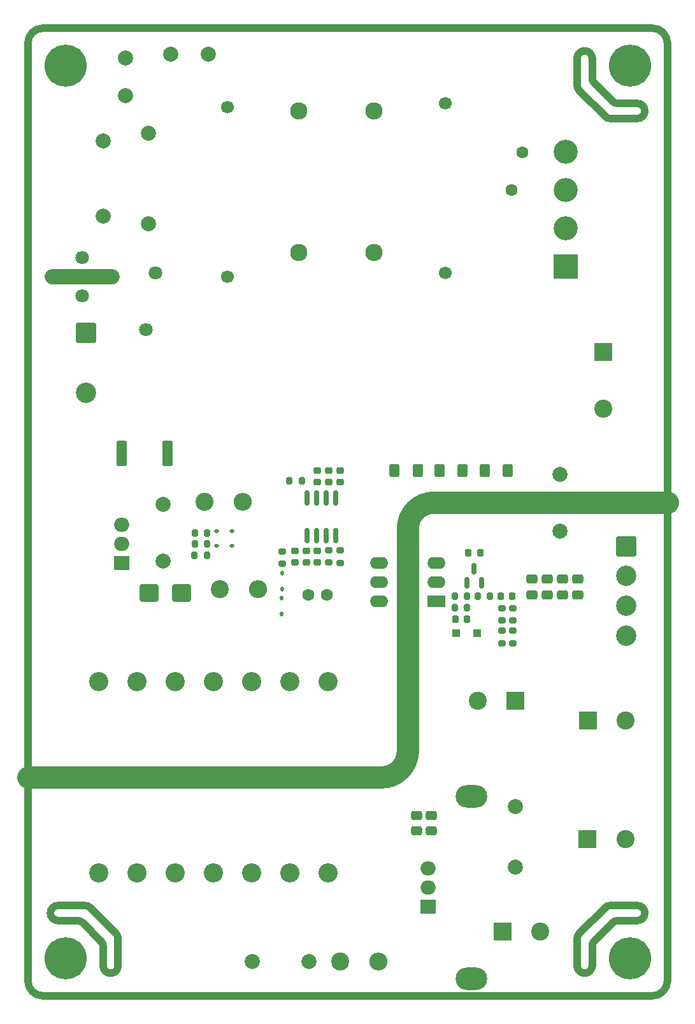
<source format=gbr>
%TF.GenerationSoftware,KiCad,Pcbnew,8.99.0-1678-gcd3e85b0b3*%
%TF.CreationDate,2024-09-01T20:16:48+02:00*%
%TF.ProjectId,ACDC120W19O5V,41434443-3132-4305-9731-394f35562e6b,rev?*%
%TF.SameCoordinates,Original*%
%TF.FileFunction,Soldermask,Top*%
%TF.FilePolarity,Negative*%
%FSLAX46Y46*%
G04 Gerber Fmt 4.6, Leading zero omitted, Abs format (unit mm)*
G04 Created by KiCad (PCBNEW 8.99.0-1678-gcd3e85b0b3) date 2024-09-01 20:16:48*
%MOMM*%
%LPD*%
G01*
G04 APERTURE LIST*
G04 Aperture macros list*
%AMRoundRect*
0 Rectangle with rounded corners*
0 $1 Rounding radius*
0 $2 $3 $4 $5 $6 $7 $8 $9 X,Y pos of 4 corners*
0 Add a 4 corners polygon primitive as box body*
4,1,4,$2,$3,$4,$5,$6,$7,$8,$9,$2,$3,0*
0 Add four circle primitives for the rounded corners*
1,1,$1+$1,$2,$3*
1,1,$1+$1,$4,$5*
1,1,$1+$1,$6,$7*
1,1,$1+$1,$8,$9*
0 Add four rect primitives between the rounded corners*
20,1,$1+$1,$2,$3,$4,$5,0*
20,1,$1+$1,$4,$5,$6,$7,0*
20,1,$1+$1,$6,$7,$8,$9,0*
20,1,$1+$1,$8,$9,$2,$3,0*%
G04 Aperture macros list end*
%ADD10C,1.000000*%
%ADD11C,3.000000*%
%ADD12C,2.000000*%
%ADD13RoundRect,0.200000X-0.275000X0.200000X-0.275000X-0.200000X0.275000X-0.200000X0.275000X0.200000X0*%
%ADD14C,2.400000*%
%ADD15O,2.400000X2.400000*%
%ADD16RoundRect,0.200000X-0.200000X-0.275000X0.200000X-0.275000X0.200000X0.275000X-0.200000X0.275000X0*%
%ADD17RoundRect,0.200000X0.275000X-0.200000X0.275000X0.200000X-0.275000X0.200000X-0.275000X-0.200000X0*%
%ADD18C,3.600000*%
%ADD19C,5.600000*%
%ADD20RoundRect,0.250000X-0.400000X-0.625000X0.400000X-0.625000X0.400000X0.625000X-0.400000X0.625000X0*%
%ADD21R,3.200000X3.200000*%
%ADD22C,3.200000*%
%ADD23C,2.550000*%
%ADD24C,1.800000*%
%ADD25RoundRect,0.250000X0.475000X-0.337500X0.475000X0.337500X-0.475000X0.337500X-0.475000X-0.337500X0*%
%ADD26RoundRect,0.225000X0.250000X-0.225000X0.250000X0.225000X-0.250000X0.225000X-0.250000X-0.225000X0*%
%ADD27C,2.000000*%
%ADD28RoundRect,0.225000X-0.250000X0.225000X-0.250000X-0.225000X0.250000X-0.225000X0.250000X0.225000X0*%
%ADD29RoundRect,0.250000X-0.475000X0.337500X-0.475000X-0.337500X0.475000X-0.337500X0.475000X0.337500X0*%
%ADD30R,2.400000X2.400000*%
%ADD31C,1.700000*%
%ADD32RoundRect,0.112500X-0.112500X0.187500X-0.112500X-0.187500X0.112500X-0.187500X0.112500X0.187500X0*%
%ADD33RoundRect,0.249999X-0.450001X-1.425001X0.450001X-1.425001X0.450001X1.425001X-0.450001X1.425001X0*%
%ADD34R,2.400000X1.600000*%
%ADD35O,2.400000X1.600000*%
%ADD36RoundRect,0.112500X-0.187500X-0.112500X0.187500X-0.112500X0.187500X0.112500X-0.187500X0.112500X0*%
%ADD37C,1.600000*%
%ADD38RoundRect,0.150000X0.150000X-0.587500X0.150000X0.587500X-0.150000X0.587500X-0.150000X-0.587500X0*%
%ADD39C,2.300000*%
%ADD40RoundRect,0.225000X-0.225000X-0.250000X0.225000X-0.250000X0.225000X0.250000X-0.225000X0.250000X0*%
%ADD41O,4.200000X3.000000*%
%ADD42RoundRect,0.250001X-1.099999X1.099999X-1.099999X-1.099999X1.099999X-1.099999X1.099999X1.099999X0*%
%ADD43C,2.700000*%
%ADD44RoundRect,0.250000X0.300000X0.300000X-0.300000X0.300000X-0.300000X-0.300000X0.300000X-0.300000X0*%
%ADD45RoundRect,0.225000X0.225000X0.250000X-0.225000X0.250000X-0.225000X-0.250000X0.225000X-0.250000X0*%
%ADD46RoundRect,0.200000X0.200000X0.275000X-0.200000X0.275000X-0.200000X-0.275000X0.200000X-0.275000X0*%
%ADD47R,2.000000X1.905000*%
%ADD48O,2.000000X1.905000*%
%ADD49RoundRect,0.250000X1.000000X0.900000X-1.000000X0.900000X-1.000000X-0.900000X1.000000X-0.900000X0*%
%ADD50RoundRect,0.112500X0.187500X0.112500X-0.187500X0.112500X-0.187500X-0.112500X0.187500X-0.112500X0*%
%ADD51RoundRect,0.150000X-0.150000X0.825000X-0.150000X-0.825000X0.150000X-0.825000X0.150000X0.825000X0*%
G04 APERTURE END LIST*
D10*
X109892107Y-150853893D02*
X106477893Y-154268107D01*
X33185000Y-36061000D02*
G75*
G02*
X35185000Y-34061000I2000000J0D01*
G01*
X109892107Y-150853893D02*
G75*
G02*
X110599214Y-150561027I707193J-707407D01*
G01*
X108185000Y-158561000D02*
X108185000Y-155975214D01*
X44892107Y-154268107D02*
G75*
G02*
X45184973Y-154975214I-707407J-707193D01*
G01*
D11*
X33185000Y-133561000D02*
X80185000Y-133561000D01*
D10*
X114185000Y-44061000D02*
G75*
G02*
X115185000Y-45061000I0J-1000000D01*
G01*
X40477893Y-152853893D02*
X42892107Y-155268107D01*
X110599214Y-46061000D02*
X114185000Y-46061000D01*
X115185000Y-151561000D02*
X115185000Y-151561000D01*
D12*
X36385000Y-67061000D02*
X44385000Y-67061000D01*
D10*
X118185000Y-36061000D02*
X118185000Y-160561000D01*
X115185000Y-45061000D02*
X115185000Y-45061000D01*
X107185000Y-159561000D02*
G75*
G02*
X106185000Y-158561000I0J1000000D01*
G01*
X45185000Y-158561000D02*
G75*
G02*
X44185000Y-159561000I-1000000J0D01*
G01*
X107185000Y-159561000D02*
X107185000Y-159561000D01*
X118185000Y-160561000D02*
G75*
G02*
X116185000Y-162561000I-2000000J0D01*
G01*
X108185000Y-155975214D02*
G75*
G02*
X108477907Y-155268121I999900J14D01*
G01*
X106185000Y-38061000D02*
X106185000Y-41646786D01*
X108185000Y-158561000D02*
G75*
G02*
X107185000Y-159561000I-1000000J0D01*
G01*
X110892107Y-152853893D02*
G75*
G02*
X111599214Y-152561039I707093J-707207D01*
G01*
X106185000Y-154975214D02*
G75*
G02*
X106477886Y-154268100I1000000J14D01*
G01*
X39770786Y-152561000D02*
G75*
G02*
X40477879Y-152853907I14J-999900D01*
G01*
X45185000Y-158561000D02*
X45185000Y-154975214D01*
X37185000Y-152561000D02*
G75*
G02*
X36185000Y-151561000I0J1000000D01*
G01*
X110599214Y-46061000D02*
G75*
G02*
X109892121Y-45768093I-14J999900D01*
G01*
X106185000Y-38061000D02*
G75*
G02*
X107185000Y-37061000I1000000J0D01*
G01*
X36185000Y-151561000D02*
G75*
G02*
X37185000Y-150561000I1000000J0D01*
G01*
X115185000Y-45061000D02*
G75*
G02*
X114185000Y-46061000I-1000000J0D01*
G01*
X110892107Y-43768107D02*
X108477893Y-41353893D01*
X108185000Y-40646786D02*
X108185000Y-38061000D01*
X35185000Y-162561000D02*
G75*
G02*
X33185000Y-160561000I0J2000000D01*
G01*
X106477893Y-42353893D02*
G75*
G02*
X106185027Y-41646786I707407J707193D01*
G01*
X37185000Y-152561000D02*
X39770786Y-152561000D01*
X42892107Y-155268107D02*
G75*
G02*
X43184961Y-155975214I-707207J-707093D01*
G01*
X111599214Y-152561000D02*
X114185000Y-152561000D01*
X40770786Y-150561000D02*
X37185000Y-150561000D01*
X107185000Y-37061000D02*
X107185000Y-37061000D01*
D11*
X87185000Y-97061000D02*
X118185000Y-97061000D01*
X83685000Y-100561000D02*
X83685000Y-130061000D01*
D10*
X44892107Y-154268107D02*
X41477893Y-150853893D01*
X44185000Y-159561000D02*
X44185000Y-159561000D01*
X106185000Y-154975214D02*
X106185000Y-158561000D01*
D11*
X83685000Y-130061000D02*
G75*
G02*
X80185000Y-133561000I-3500000J0D01*
G01*
D10*
X116185000Y-162561000D02*
X35185000Y-162561000D01*
X114185000Y-150561000D02*
X110599214Y-150561000D01*
X115185000Y-151561000D02*
G75*
G02*
X114185000Y-152561000I-1000000J0D01*
G01*
X33185000Y-160561000D02*
X33185000Y-36061000D01*
X114185000Y-150561000D02*
G75*
G02*
X115185000Y-151561000I0J-1000000D01*
G01*
X44185000Y-159561000D02*
G75*
G02*
X43185000Y-158561000I0J1000000D01*
G01*
X107185000Y-37061000D02*
G75*
G02*
X108185000Y-38061000I0J-1000000D01*
G01*
X111599214Y-44061000D02*
G75*
G02*
X110892100Y-43768114I-14J1000000D01*
G01*
X40770786Y-150561000D02*
G75*
G02*
X41477900Y-150853886I14J-1000000D01*
G01*
X106477893Y-42353893D02*
X109892107Y-45768107D01*
X108477893Y-155268107D02*
X110892107Y-152853893D01*
X36185000Y-151561000D02*
X36185000Y-151561000D01*
D11*
X83685000Y-100561000D02*
G75*
G02*
X87185000Y-97061000I3500000J0D01*
G01*
D10*
X114185000Y-44061000D02*
X111599214Y-44061000D01*
X108477893Y-41353893D02*
G75*
G02*
X108185039Y-40646786I707207J707093D01*
G01*
X116185000Y-34061000D02*
G75*
G02*
X118185000Y-36061000I0J-2000000D01*
G01*
X43185000Y-155975214D02*
X43185000Y-158561000D01*
X35185000Y-34061000D02*
X116185000Y-34061000D01*
D13*
%TO.C,R16*%
X96171200Y-114066200D03*
X96171200Y-115716200D03*
%TD*%
%TO.C,R18*%
X97671200Y-111094200D03*
X97671200Y-112744200D03*
%TD*%
D14*
%TO.C,R21*%
X56695000Y-96961000D03*
D15*
X61775000Y-96961000D03*
%TD*%
D16*
%TO.C,R13*%
X89935000Y-111011000D03*
X91585000Y-111011000D03*
%TD*%
D17*
%TO.C,R19*%
X96171200Y-112744200D03*
X96171200Y-111094200D03*
%TD*%
D18*
%TO.C,H2*%
X113185000Y-157561000D03*
D19*
X113185000Y-157561000D03*
%TD*%
D20*
%TO.C,R6*%
X93885000Y-92811000D03*
X96985000Y-92811000D03*
%TD*%
D21*
%TO.C,D6*%
X104685000Y-65721000D03*
D22*
X104685000Y-60641000D03*
X104685000Y-55561000D03*
X104685000Y-50481000D03*
%TD*%
D23*
%TO.C,TR1*%
X73102000Y-120857000D03*
X68022000Y-120857000D03*
X62942000Y-120857000D03*
X57862000Y-120857000D03*
X52782000Y-120857000D03*
X47702000Y-120857000D03*
X42622000Y-120857000D03*
X42622000Y-146257000D03*
X47702000Y-146257000D03*
X52782000Y-146257000D03*
X57862000Y-146257000D03*
X62942000Y-146257000D03*
X68022000Y-146257000D03*
X73102000Y-146257000D03*
%TD*%
D24*
%TO.C,F1*%
X40385000Y-69601000D03*
X40385000Y-64521000D03*
%TD*%
D25*
%TO.C,C17*%
X100185000Y-109298500D03*
X100185000Y-107223500D03*
%TD*%
D24*
%TO.C,RV1*%
X50185000Y-66561000D03*
X48885000Y-74061000D03*
%TD*%
D26*
%TO.C,C2*%
X71685000Y-94361000D03*
X71685000Y-92811000D03*
%TD*%
D27*
%TO.C,SW1*%
X43185000Y-49061000D03*
X49185000Y-48061000D03*
X43185000Y-59061000D03*
X49185000Y-60061000D03*
%TD*%
D28*
%TO.C,C4*%
X70215000Y-103436000D03*
X70215000Y-104986000D03*
%TD*%
D27*
%TO.C,C12*%
X103935000Y-100811000D03*
X103935000Y-93311000D03*
%TD*%
D29*
%TO.C,C21*%
X104235000Y-107223500D03*
X104235000Y-109298500D03*
%TD*%
D27*
%TO.C,C28*%
X70535000Y-157961000D03*
X63035000Y-157961000D03*
%TD*%
D28*
%TO.C,C10*%
X73185000Y-92811000D03*
X73185000Y-94361000D03*
%TD*%
D30*
%TO.C,C25*%
X96298541Y-154011000D03*
D14*
X101298541Y-154011000D03*
%TD*%
D31*
%TO.C,C7*%
X59685000Y-44561000D03*
X59685000Y-67061000D03*
%TD*%
D16*
%TO.C,R3*%
X55360000Y-101086000D03*
X57010000Y-101086000D03*
%TD*%
%TO.C,R2*%
X55360000Y-102561000D03*
X57010000Y-102561000D03*
%TD*%
D28*
%TO.C,C5*%
X71685000Y-103436000D03*
X71685000Y-104986000D03*
%TD*%
D32*
%TO.C,D4*%
X66935000Y-109761000D03*
X66935000Y-111861000D03*
%TD*%
D30*
%TO.C,C24*%
X107585000Y-141761000D03*
D14*
X112585000Y-141761000D03*
%TD*%
D33*
%TO.C,R5*%
X45635000Y-90561000D03*
X51735000Y-90561000D03*
%TD*%
D32*
%TO.C,D3*%
X66985000Y-106461000D03*
X66985000Y-108561000D03*
%TD*%
D34*
%TO.C,U2*%
X87510000Y-110186000D03*
D35*
X87510000Y-107646000D03*
X87510000Y-105106000D03*
X79890000Y-105106000D03*
X79890000Y-107646000D03*
X79890000Y-110186000D03*
%TD*%
D31*
%TO.C,C11*%
X88685000Y-44061000D03*
X88685000Y-66561000D03*
%TD*%
D30*
%TO.C,C16*%
X109685000Y-77061000D03*
D14*
X109685000Y-84561000D03*
%TD*%
D29*
%TO.C,C27*%
X84885000Y-138573500D03*
X84885000Y-140648500D03*
%TD*%
D36*
%TO.C,D2*%
X58235000Y-100886000D03*
X60335000Y-100886000D03*
%TD*%
D37*
%TO.C,C6*%
X70435000Y-109311000D03*
X72935000Y-109311000D03*
%TD*%
D14*
%TO.C,R20*%
X58685000Y-108561000D03*
D15*
X63765000Y-108561000D03*
%TD*%
D30*
%TO.C,C23*%
X97971459Y-123361000D03*
D14*
X92971459Y-123361000D03*
%TD*%
D38*
%TO.C,U3*%
X91560000Y-107698500D03*
X93460000Y-107698500D03*
X92510000Y-105823500D03*
%TD*%
D39*
%TO.C,FL1*%
X69185000Y-63811000D03*
X79185000Y-63811000D03*
X69185000Y-45061000D03*
X79185000Y-45061000D03*
%TD*%
D40*
%TO.C,C14*%
X91735000Y-103761000D03*
X93285000Y-103761000D03*
%TD*%
D20*
%TO.C,R8*%
X81885000Y-92811000D03*
X84985000Y-92811000D03*
%TD*%
D18*
%TO.C,H4*%
X113185000Y-39061000D03*
D19*
X113185000Y-39061000D03*
%TD*%
D27*
%TO.C,C9*%
X46185000Y-43061000D03*
X46185000Y-38061000D03*
%TD*%
D25*
%TO.C,C26*%
X86835000Y-140648500D03*
X86835000Y-138573500D03*
%TD*%
D41*
%TO.C,HS2*%
X92110000Y-136061000D03*
X92110000Y-160261000D03*
%TD*%
D26*
%TO.C,C1*%
X74685000Y-94361000D03*
X74685000Y-92811000D03*
%TD*%
D14*
%TO.C,R22*%
X74695000Y-157961000D03*
D15*
X79775000Y-157961000D03*
%TD*%
D13*
%TO.C,R17*%
X97671200Y-114066200D03*
X97671200Y-115716200D03*
%TD*%
D37*
%TO.C,TH1*%
X97435000Y-55561000D03*
X98935000Y-50561000D03*
%TD*%
D16*
%TO.C,R1*%
X67960000Y-94161000D03*
X69610000Y-94161000D03*
%TD*%
D42*
%TO.C,J1*%
X40935000Y-74561000D03*
D43*
X40935000Y-82481000D03*
%TD*%
D40*
%TO.C,C15*%
X96041200Y-109506200D03*
X97591200Y-109506200D03*
%TD*%
D20*
%TO.C,R7*%
X87885000Y-92811000D03*
X90985000Y-92811000D03*
%TD*%
D25*
%TO.C,C20*%
X106235000Y-109298500D03*
X106235000Y-107223500D03*
%TD*%
D27*
%TO.C,C8*%
X57185000Y-37561000D03*
X52185000Y-37561000D03*
%TD*%
D16*
%TO.C,R4*%
X55335000Y-104086000D03*
X56985000Y-104086000D03*
%TD*%
D13*
%TO.C,R12*%
X74685000Y-103411000D03*
X74685000Y-105061000D03*
%TD*%
D42*
%TO.C,J2*%
X112685000Y-102843500D03*
D43*
X112685000Y-106803500D03*
X112685000Y-110763500D03*
X112685000Y-114723500D03*
%TD*%
D44*
%TO.C,D5*%
X92891200Y-114406200D03*
X90091200Y-114406200D03*
%TD*%
D27*
%TO.C,C19*%
X51185000Y-104811000D03*
X51185000Y-97311000D03*
%TD*%
D45*
%TO.C,C13*%
X91535000Y-112511000D03*
X89985000Y-112511000D03*
%TD*%
D46*
%TO.C,R14*%
X91585000Y-109511000D03*
X89935000Y-109511000D03*
%TD*%
D17*
%TO.C,R10*%
X66985000Y-105186000D03*
X66985000Y-103536000D03*
%TD*%
D13*
%TO.C,R11*%
X73185000Y-103386000D03*
X73185000Y-105036000D03*
%TD*%
D47*
%TO.C,D8*%
X86380000Y-150701000D03*
D48*
X86380000Y-148161000D03*
X86380000Y-145621000D03*
%TD*%
D28*
%TO.C,C3*%
X68715000Y-103436000D03*
X68715000Y-104986000D03*
%TD*%
D18*
%TO.C,H3*%
X38185000Y-157561000D03*
D19*
X38185000Y-157561000D03*
%TD*%
D29*
%TO.C,C18*%
X102235000Y-107223500D03*
X102235000Y-109298500D03*
%TD*%
D30*
%TO.C,C22*%
X107598541Y-125961000D03*
D14*
X112598541Y-125961000D03*
%TD*%
D46*
%TO.C,R15*%
X94616200Y-109506200D03*
X92966200Y-109506200D03*
%TD*%
D49*
%TO.C,D7*%
X53585000Y-109061000D03*
X49285000Y-109061000D03*
%TD*%
D50*
%TO.C,D1*%
X60335000Y-102786000D03*
X58235000Y-102786000D03*
%TD*%
D27*
%TO.C,L1*%
X97985000Y-137461000D03*
X97985000Y-145461000D03*
%TD*%
D51*
%TO.C,U1*%
X74120000Y-96461000D03*
X72850000Y-96461000D03*
X71580000Y-96461000D03*
X70310000Y-96461000D03*
X70310000Y-101411000D03*
X71580000Y-101411000D03*
X72850000Y-101411000D03*
X74120000Y-101411000D03*
%TD*%
D47*
%TO.C,Q1*%
X45685000Y-105101000D03*
D48*
X45685000Y-102561000D03*
X45685000Y-100021000D03*
%TD*%
D18*
%TO.C,H1*%
X38185000Y-39061000D03*
D19*
X38185000Y-39061000D03*
%TD*%
M02*

</source>
